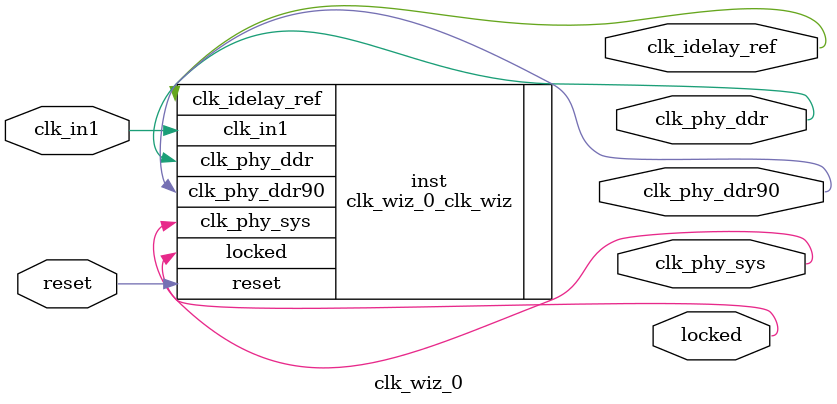
<source format=v>


`timescale 1ps/1ps

(* CORE_GENERATION_INFO = "clk_wiz_0,clk_wiz_v6_0_15_0_0,{component_name=clk_wiz_0,use_phase_alignment=true,use_min_o_jitter=false,use_max_i_jitter=false,use_dyn_phase_shift=false,use_inclk_switchover=false,use_dyn_reconfig=false,enable_axi=0,feedback_source=FDBK_AUTO,PRIMITIVE=MMCM,num_out_clk=4,clkin1_period=10.000,clkin2_period=10.000,use_power_down=false,use_reset=true,use_locked=true,use_inclk_stopped=false,feedback_type=SINGLE,CLOCK_MGR_TYPE=NA,manual_override=false}" *)

module clk_wiz_0 
 (
  // Clock out ports
  output        clk_phy_sys,
  output        clk_phy_ddr,
  output        clk_phy_ddr90,
  output        clk_idelay_ref,
  // Status and control signals
  input         reset,
  output        locked,
 // Clock in ports
  input         clk_in1
 );

  clk_wiz_0_clk_wiz inst
  (
  // Clock out ports  
  .clk_phy_sys(clk_phy_sys),
  .clk_phy_ddr(clk_phy_ddr),
  .clk_phy_ddr90(clk_phy_ddr90),
  .clk_idelay_ref(clk_idelay_ref),
  // Status and control signals               
  .reset(reset), 
  .locked(locked),
 // Clock in ports
  .clk_in1(clk_in1)
  );

endmodule

</source>
